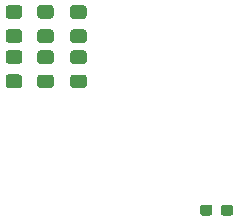
<source format=gbr>
%TF.GenerationSoftware,KiCad,Pcbnew,(5.1.6)-1*%
%TF.CreationDate,2020-09-14T23:39:59+02:00*%
%TF.ProjectId,gpioexpander,6770696f-6578-4706-916e-6465722e6b69,rev?*%
%TF.SameCoordinates,Original*%
%TF.FileFunction,Paste,Bot*%
%TF.FilePolarity,Positive*%
%FSLAX46Y46*%
G04 Gerber Fmt 4.6, Leading zero omitted, Abs format (unit mm)*
G04 Created by KiCad (PCBNEW (5.1.6)-1) date 2020-09-14 23:39:59*
%MOMM*%
%LPD*%
G01*
G04 APERTURE LIST*
G04 APERTURE END LIST*
%TO.C,R4*%
G36*
G01*
X119564999Y-65737000D02*
X120465001Y-65737000D01*
G75*
G02*
X120715000Y-65986999I0J-249999D01*
G01*
X120715000Y-66637001D01*
G75*
G02*
X120465001Y-66887000I-249999J0D01*
G01*
X119564999Y-66887000D01*
G75*
G02*
X119315000Y-66637001I0J249999D01*
G01*
X119315000Y-65986999D01*
G75*
G02*
X119564999Y-65737000I249999J0D01*
G01*
G37*
G36*
G01*
X119564999Y-63687000D02*
X120465001Y-63687000D01*
G75*
G02*
X120715000Y-63936999I0J-249999D01*
G01*
X120715000Y-64587001D01*
G75*
G02*
X120465001Y-64837000I-249999J0D01*
G01*
X119564999Y-64837000D01*
G75*
G02*
X119315000Y-64587001I0J249999D01*
G01*
X119315000Y-63936999D01*
G75*
G02*
X119564999Y-63687000I249999J0D01*
G01*
G37*
%TD*%
%TO.C,R8*%
G36*
G01*
X117798001Y-61009000D02*
X116897999Y-61009000D01*
G75*
G02*
X116648000Y-60759001I0J249999D01*
G01*
X116648000Y-60108999D01*
G75*
G02*
X116897999Y-59859000I249999J0D01*
G01*
X117798001Y-59859000D01*
G75*
G02*
X118048000Y-60108999I0J-249999D01*
G01*
X118048000Y-60759001D01*
G75*
G02*
X117798001Y-61009000I-249999J0D01*
G01*
G37*
G36*
G01*
X117798001Y-63059000D02*
X116897999Y-63059000D01*
G75*
G02*
X116648000Y-62809001I0J249999D01*
G01*
X116648000Y-62158999D01*
G75*
G02*
X116897999Y-61909000I249999J0D01*
G01*
X117798001Y-61909000D01*
G75*
G02*
X118048000Y-62158999I0J-249999D01*
G01*
X118048000Y-62809001D01*
G75*
G02*
X117798001Y-63059000I-249999J0D01*
G01*
G37*
%TD*%
%TO.C,R7*%
G36*
G01*
X120465001Y-61009000D02*
X119564999Y-61009000D01*
G75*
G02*
X119315000Y-60759001I0J249999D01*
G01*
X119315000Y-60108999D01*
G75*
G02*
X119564999Y-59859000I249999J0D01*
G01*
X120465001Y-59859000D01*
G75*
G02*
X120715000Y-60108999I0J-249999D01*
G01*
X120715000Y-60759001D01*
G75*
G02*
X120465001Y-61009000I-249999J0D01*
G01*
G37*
G36*
G01*
X120465001Y-63059000D02*
X119564999Y-63059000D01*
G75*
G02*
X119315000Y-62809001I0J249999D01*
G01*
X119315000Y-62158999D01*
G75*
G02*
X119564999Y-61909000I249999J0D01*
G01*
X120465001Y-61909000D01*
G75*
G02*
X120715000Y-62158999I0J-249999D01*
G01*
X120715000Y-62809001D01*
G75*
G02*
X120465001Y-63059000I-249999J0D01*
G01*
G37*
%TD*%
%TO.C,R5*%
G36*
G01*
X116897999Y-65728000D02*
X117798001Y-65728000D01*
G75*
G02*
X118048000Y-65977999I0J-249999D01*
G01*
X118048000Y-66628001D01*
G75*
G02*
X117798001Y-66878000I-249999J0D01*
G01*
X116897999Y-66878000D01*
G75*
G02*
X116648000Y-66628001I0J249999D01*
G01*
X116648000Y-65977999D01*
G75*
G02*
X116897999Y-65728000I249999J0D01*
G01*
G37*
G36*
G01*
X116897999Y-63678000D02*
X117798001Y-63678000D01*
G75*
G02*
X118048000Y-63927999I0J-249999D01*
G01*
X118048000Y-64578001D01*
G75*
G02*
X117798001Y-64828000I-249999J0D01*
G01*
X116897999Y-64828000D01*
G75*
G02*
X116648000Y-64578001I0J249999D01*
G01*
X116648000Y-63927999D01*
G75*
G02*
X116897999Y-63678000I249999J0D01*
G01*
G37*
%TD*%
%TO.C,R3*%
G36*
G01*
X122358999Y-65737000D02*
X123259001Y-65737000D01*
G75*
G02*
X123509000Y-65986999I0J-249999D01*
G01*
X123509000Y-66637001D01*
G75*
G02*
X123259001Y-66887000I-249999J0D01*
G01*
X122358999Y-66887000D01*
G75*
G02*
X122109000Y-66637001I0J249999D01*
G01*
X122109000Y-65986999D01*
G75*
G02*
X122358999Y-65737000I249999J0D01*
G01*
G37*
G36*
G01*
X122358999Y-63687000D02*
X123259001Y-63687000D01*
G75*
G02*
X123509000Y-63936999I0J-249999D01*
G01*
X123509000Y-64587001D01*
G75*
G02*
X123259001Y-64837000I-249999J0D01*
G01*
X122358999Y-64837000D01*
G75*
G02*
X122109000Y-64587001I0J249999D01*
G01*
X122109000Y-63936999D01*
G75*
G02*
X122358999Y-63687000I249999J0D01*
G01*
G37*
%TD*%
%TO.C,R6*%
G36*
G01*
X123259001Y-61018000D02*
X122358999Y-61018000D01*
G75*
G02*
X122109000Y-60768001I0J249999D01*
G01*
X122109000Y-60117999D01*
G75*
G02*
X122358999Y-59868000I249999J0D01*
G01*
X123259001Y-59868000D01*
G75*
G02*
X123509000Y-60117999I0J-249999D01*
G01*
X123509000Y-60768001D01*
G75*
G02*
X123259001Y-61018000I-249999J0D01*
G01*
G37*
G36*
G01*
X123259001Y-63068000D02*
X122358999Y-63068000D01*
G75*
G02*
X122109000Y-62818001I0J249999D01*
G01*
X122109000Y-62167999D01*
G75*
G02*
X122358999Y-61918000I249999J0D01*
G01*
X123259001Y-61918000D01*
G75*
G02*
X123509000Y-62167999I0J-249999D01*
G01*
X123509000Y-62818001D01*
G75*
G02*
X123259001Y-63068000I-249999J0D01*
G01*
G37*
%TD*%
%TO.C,R1*%
G36*
G01*
X134157000Y-76978500D02*
X134157000Y-77453500D01*
G75*
G02*
X133919500Y-77691000I-237500J0D01*
G01*
X133344500Y-77691000D01*
G75*
G02*
X133107000Y-77453500I0J237500D01*
G01*
X133107000Y-76978500D01*
G75*
G02*
X133344500Y-76741000I237500J0D01*
G01*
X133919500Y-76741000D01*
G75*
G02*
X134157000Y-76978500I0J-237500D01*
G01*
G37*
G36*
G01*
X135907000Y-76978500D02*
X135907000Y-77453500D01*
G75*
G02*
X135669500Y-77691000I-237500J0D01*
G01*
X135094500Y-77691000D01*
G75*
G02*
X134857000Y-77453500I0J237500D01*
G01*
X134857000Y-76978500D01*
G75*
G02*
X135094500Y-76741000I237500J0D01*
G01*
X135669500Y-76741000D01*
G75*
G02*
X135907000Y-76978500I0J-237500D01*
G01*
G37*
%TD*%
M02*

</source>
